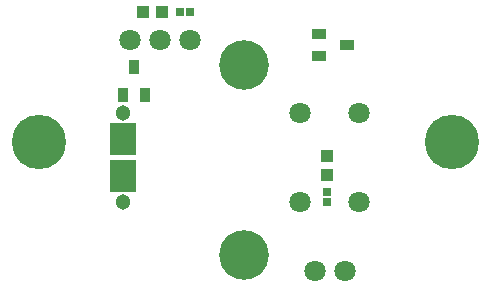
<source format=gts>
G04*
G04 #@! TF.GenerationSoftware,Altium Limited,Altium Designer,18.1.11 (251)*
G04*
G04 Layer_Color=8388736*
%FSLAX25Y25*%
%MOIN*%
G70*
G01*
G75*
%ADD20R,0.04540X0.03359*%
%ADD21R,0.03950X0.03950*%
%ADD22R,0.02965X0.03162*%
%ADD23R,0.08871X0.10642*%
%ADD24R,0.03950X0.03950*%
%ADD25R,0.03162X0.02965*%
%ADD26R,0.03359X0.04540*%
%ADD27C,0.07099*%
%ADD28C,0.18123*%
%ADD29C,0.05131*%
%ADD30C,0.16548*%
D20*
X82973Y81379D02*
D03*
X73721Y77776D02*
D03*
Y84981D02*
D03*
D21*
X76198Y38188D02*
D03*
Y44488D02*
D03*
D22*
X76197Y32382D02*
D03*
Y29036D02*
D03*
D23*
X8366Y37560D02*
D03*
Y50158D02*
D03*
D24*
X21260Y92322D02*
D03*
X14961D02*
D03*
D25*
X30580Y92322D02*
D03*
X27234D02*
D03*
D26*
X12066Y73996D02*
D03*
X15669Y64744D02*
D03*
X8464D02*
D03*
D27*
X72279Y5906D02*
D03*
X82279D02*
D03*
X30580Y83195D02*
D03*
X20580D02*
D03*
X10580D02*
D03*
X67422Y29134D02*
D03*
X87107D02*
D03*
Y58661D02*
D03*
X67422D02*
D03*
D28*
X118110Y49213D02*
D03*
X-19685D02*
D03*
D29*
X8366Y58661D02*
D03*
Y29134D02*
D03*
D30*
X48819Y74803D02*
D03*
Y11417D02*
D03*
M02*

</source>
